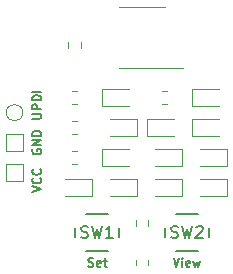
<source format=gbr>
%TF.GenerationSoftware,KiCad,Pcbnew,6.0.11+dfsg-1*%
%TF.CreationDate,2023-06-01T03:10:45-05:00*%
%TF.ProjectId,watch,77617463-682e-46b6-9963-61645f706362,rev?*%
%TF.SameCoordinates,Original*%
%TF.FileFunction,Legend,Top*%
%TF.FilePolarity,Positive*%
%FSLAX46Y46*%
G04 Gerber Fmt 4.6, Leading zero omitted, Abs format (unit mm)*
G04 Created by KiCad (PCBNEW 6.0.11+dfsg-1) date 2023-06-01 03:10:45*
%MOMM*%
%LPD*%
G01*
G04 APERTURE LIST*
%ADD10C,0.150000*%
%ADD11C,0.120000*%
%ADD12C,0.152400*%
G04 APERTURE END LIST*
D10*
X58940000Y-73963571D02*
X59047142Y-73999285D01*
X59225714Y-73999285D01*
X59297142Y-73963571D01*
X59332857Y-73927857D01*
X59368571Y-73856428D01*
X59368571Y-73785000D01*
X59332857Y-73713571D01*
X59297142Y-73677857D01*
X59225714Y-73642142D01*
X59082857Y-73606428D01*
X59011428Y-73570714D01*
X58975714Y-73535000D01*
X58940000Y-73463571D01*
X58940000Y-73392142D01*
X58975714Y-73320714D01*
X59011428Y-73285000D01*
X59082857Y-73249285D01*
X59261428Y-73249285D01*
X59368571Y-73285000D01*
X59975714Y-73963571D02*
X59904285Y-73999285D01*
X59761428Y-73999285D01*
X59690000Y-73963571D01*
X59654285Y-73892142D01*
X59654285Y-73606428D01*
X59690000Y-73535000D01*
X59761428Y-73499285D01*
X59904285Y-73499285D01*
X59975714Y-73535000D01*
X60011428Y-73606428D01*
X60011428Y-73677857D01*
X59654285Y-73749285D01*
X60225714Y-73499285D02*
X60511428Y-73499285D01*
X60332857Y-73249285D02*
X60332857Y-73892142D01*
X60368571Y-73963571D01*
X60440000Y-73999285D01*
X60511428Y-73999285D01*
X66167142Y-73249285D02*
X66417142Y-73999285D01*
X66667142Y-73249285D01*
X66917142Y-73999285D02*
X66917142Y-73499285D01*
X66917142Y-73249285D02*
X66881428Y-73285000D01*
X66917142Y-73320714D01*
X66952857Y-73285000D01*
X66917142Y-73249285D01*
X66917142Y-73320714D01*
X67560000Y-73963571D02*
X67488571Y-73999285D01*
X67345714Y-73999285D01*
X67274285Y-73963571D01*
X67238571Y-73892142D01*
X67238571Y-73606428D01*
X67274285Y-73535000D01*
X67345714Y-73499285D01*
X67488571Y-73499285D01*
X67560000Y-73535000D01*
X67595714Y-73606428D01*
X67595714Y-73677857D01*
X67238571Y-73749285D01*
X67845714Y-73499285D02*
X67988571Y-73999285D01*
X68131428Y-73642142D01*
X68274285Y-73999285D01*
X68417142Y-73499285D01*
X54199285Y-67675000D02*
X54949285Y-67425000D01*
X54199285Y-67175000D01*
X54877857Y-66496428D02*
X54913571Y-66532142D01*
X54949285Y-66639285D01*
X54949285Y-66710714D01*
X54913571Y-66817857D01*
X54842142Y-66889285D01*
X54770714Y-66925000D01*
X54627857Y-66960714D01*
X54520714Y-66960714D01*
X54377857Y-66925000D01*
X54306428Y-66889285D01*
X54235000Y-66817857D01*
X54199285Y-66710714D01*
X54199285Y-66639285D01*
X54235000Y-66532142D01*
X54270714Y-66496428D01*
X54877857Y-65746428D02*
X54913571Y-65782142D01*
X54949285Y-65889285D01*
X54949285Y-65960714D01*
X54913571Y-66067857D01*
X54842142Y-66139285D01*
X54770714Y-66175000D01*
X54627857Y-66210714D01*
X54520714Y-66210714D01*
X54377857Y-66175000D01*
X54306428Y-66139285D01*
X54235000Y-66067857D01*
X54199285Y-65960714D01*
X54199285Y-65889285D01*
X54235000Y-65782142D01*
X54270714Y-65746428D01*
X54235000Y-64071428D02*
X54199285Y-64142857D01*
X54199285Y-64250000D01*
X54235000Y-64357142D01*
X54306428Y-64428571D01*
X54377857Y-64464285D01*
X54520714Y-64500000D01*
X54627857Y-64500000D01*
X54770714Y-64464285D01*
X54842142Y-64428571D01*
X54913571Y-64357142D01*
X54949285Y-64250000D01*
X54949285Y-64178571D01*
X54913571Y-64071428D01*
X54877857Y-64035714D01*
X54627857Y-64035714D01*
X54627857Y-64178571D01*
X54949285Y-63714285D02*
X54199285Y-63714285D01*
X54949285Y-63285714D01*
X54199285Y-63285714D01*
X54949285Y-62928571D02*
X54199285Y-62928571D01*
X54199285Y-62750000D01*
X54235000Y-62642857D01*
X54306428Y-62571428D01*
X54377857Y-62535714D01*
X54520714Y-62500000D01*
X54627857Y-62500000D01*
X54770714Y-62535714D01*
X54842142Y-62571428D01*
X54913571Y-62642857D01*
X54949285Y-62750000D01*
X54949285Y-62928571D01*
X54199285Y-61467857D02*
X54806428Y-61467857D01*
X54877857Y-61432142D01*
X54913571Y-61396428D01*
X54949285Y-61325000D01*
X54949285Y-61182142D01*
X54913571Y-61110714D01*
X54877857Y-61075000D01*
X54806428Y-61039285D01*
X54199285Y-61039285D01*
X54949285Y-60682142D02*
X54199285Y-60682142D01*
X54199285Y-60396428D01*
X54235000Y-60325000D01*
X54270714Y-60289285D01*
X54342142Y-60253571D01*
X54449285Y-60253571D01*
X54520714Y-60289285D01*
X54556428Y-60325000D01*
X54592142Y-60396428D01*
X54592142Y-60682142D01*
X54949285Y-59932142D02*
X54199285Y-59932142D01*
X54199285Y-59753571D01*
X54235000Y-59646428D01*
X54306428Y-59575000D01*
X54377857Y-59539285D01*
X54520714Y-59503571D01*
X54627857Y-59503571D01*
X54770714Y-59539285D01*
X54842142Y-59575000D01*
X54913571Y-59646428D01*
X54949285Y-59753571D01*
X54949285Y-59932142D01*
X54949285Y-59182142D02*
X54199285Y-59182142D01*
%TO.C,SW1*%
X58356666Y-71524761D02*
X58499523Y-71572380D01*
X58737619Y-71572380D01*
X58832857Y-71524761D01*
X58880476Y-71477142D01*
X58928095Y-71381904D01*
X58928095Y-71286666D01*
X58880476Y-71191428D01*
X58832857Y-71143809D01*
X58737619Y-71096190D01*
X58547142Y-71048571D01*
X58451904Y-71000952D01*
X58404285Y-70953333D01*
X58356666Y-70858095D01*
X58356666Y-70762857D01*
X58404285Y-70667619D01*
X58451904Y-70620000D01*
X58547142Y-70572380D01*
X58785238Y-70572380D01*
X58928095Y-70620000D01*
X59261428Y-70572380D02*
X59499523Y-71572380D01*
X59690000Y-70858095D01*
X59880476Y-71572380D01*
X60118571Y-70572380D01*
X61023333Y-71572380D02*
X60451904Y-71572380D01*
X60737619Y-71572380D02*
X60737619Y-70572380D01*
X60642380Y-70715238D01*
X60547142Y-70810476D01*
X60451904Y-70858095D01*
%TO.C,SW2*%
X65976666Y-71524761D02*
X66119523Y-71572380D01*
X66357619Y-71572380D01*
X66452857Y-71524761D01*
X66500476Y-71477142D01*
X66548095Y-71381904D01*
X66548095Y-71286666D01*
X66500476Y-71191428D01*
X66452857Y-71143809D01*
X66357619Y-71096190D01*
X66167142Y-71048571D01*
X66071904Y-71000952D01*
X66024285Y-70953333D01*
X65976666Y-70858095D01*
X65976666Y-70762857D01*
X66024285Y-70667619D01*
X66071904Y-70620000D01*
X66167142Y-70572380D01*
X66405238Y-70572380D01*
X66548095Y-70620000D01*
X66881428Y-70572380D02*
X67119523Y-71572380D01*
X67310000Y-70858095D01*
X67500476Y-71572380D01*
X67738571Y-70572380D01*
X68071904Y-70667619D02*
X68119523Y-70620000D01*
X68214761Y-70572380D01*
X68452857Y-70572380D01*
X68548095Y-70620000D01*
X68595714Y-70667619D01*
X68643333Y-70762857D01*
X68643333Y-70858095D01*
X68595714Y-71000952D01*
X68024285Y-71572380D01*
X68643333Y-71572380D01*
D11*
%TO.C,R7*%
X57262500Y-55007742D02*
X57262500Y-55482258D01*
X58307500Y-55007742D02*
X58307500Y-55482258D01*
%TO.C,D4*%
X66890000Y-64035000D02*
X64605000Y-64035000D01*
X66890000Y-65505000D02*
X66890000Y-64035000D01*
X64605000Y-65505000D02*
X66890000Y-65505000D01*
%TO.C,R5*%
X64022500Y-70532258D02*
X64022500Y-70057742D01*
X62977500Y-70532258D02*
X62977500Y-70057742D01*
%TO.C,D7*%
X70015000Y-58955000D02*
X67730000Y-58955000D01*
X67730000Y-58955000D02*
X67730000Y-60425000D01*
X67730000Y-60425000D02*
X70015000Y-60425000D01*
%TO.C,D9*%
X59270000Y-66575000D02*
X56985000Y-66575000D01*
X56985000Y-68045000D02*
X59270000Y-68045000D01*
X59270000Y-68045000D02*
X59270000Y-66575000D01*
%TO.C,R2*%
X57547742Y-61707500D02*
X58022258Y-61707500D01*
X57547742Y-62752500D02*
X58022258Y-62752500D01*
%TO.C,U1*%
X63500000Y-57170000D02*
X66950000Y-57170000D01*
X63500000Y-52050000D02*
X65450000Y-52050000D01*
X63500000Y-57170000D02*
X61550000Y-57170000D01*
X63500000Y-52050000D02*
X61550000Y-52050000D01*
%TO.C,D10*%
X63080000Y-68045000D02*
X63080000Y-66575000D01*
X63080000Y-66575000D02*
X60795000Y-66575000D01*
X60795000Y-68045000D02*
X63080000Y-68045000D01*
%TO.C,D12*%
X70700000Y-64035000D02*
X68415000Y-64035000D01*
X68415000Y-65505000D02*
X70700000Y-65505000D01*
X70700000Y-65505000D02*
X70700000Y-64035000D01*
%TO.C,D5*%
X60110000Y-60425000D02*
X62395000Y-60425000D01*
X60110000Y-58955000D02*
X60110000Y-60425000D01*
X62395000Y-58955000D02*
X60110000Y-58955000D01*
D12*
%TO.C,SW1*%
X58776459Y-72694800D02*
X60603541Y-72694800D01*
X61569600Y-71502460D02*
X61569600Y-70737540D01*
X60603541Y-69545200D02*
X58776459Y-69545200D01*
X57810400Y-70737540D02*
X57810400Y-71502460D01*
D11*
%TO.C,D11*%
X70015000Y-61495000D02*
X67730000Y-61495000D01*
X67730000Y-61495000D02*
X67730000Y-62965000D01*
X67730000Y-62965000D02*
X70015000Y-62965000D01*
%TO.C,D1*%
X64605000Y-68045000D02*
X66890000Y-68045000D01*
X66890000Y-68045000D02*
X66890000Y-66575000D01*
X66890000Y-66575000D02*
X64605000Y-66575000D01*
%TO.C,TP3*%
X53405000Y-66740000D02*
X52005000Y-66740000D01*
X53405000Y-65340000D02*
X53405000Y-66740000D01*
X52005000Y-65340000D02*
X53405000Y-65340000D01*
X52005000Y-66740000D02*
X52005000Y-65340000D01*
%TO.C,D6*%
X63920000Y-61495000D02*
X63920000Y-62965000D01*
X66205000Y-61495000D02*
X63920000Y-61495000D01*
X63920000Y-62965000D02*
X66205000Y-62965000D01*
D12*
%TO.C,SW2*%
X69189600Y-71502460D02*
X69189600Y-70737540D01*
X68223541Y-69545200D02*
X66396459Y-69545200D01*
X66396459Y-72694800D02*
X68223541Y-72694800D01*
X65430400Y-70737540D02*
X65430400Y-71502460D01*
D11*
%TO.C,D8*%
X62395000Y-64035000D02*
X60110000Y-64035000D01*
X60110000Y-64035000D02*
X60110000Y-65505000D01*
X60110000Y-65505000D02*
X62395000Y-65505000D01*
%TO.C,R4*%
X57547742Y-59167500D02*
X58022258Y-59167500D01*
X57547742Y-60212500D02*
X58022258Y-60212500D01*
%TO.C,TP2*%
X52005000Y-64200000D02*
X52005000Y-62800000D01*
X53405000Y-62800000D02*
X53405000Y-64200000D01*
X52005000Y-62800000D02*
X53405000Y-62800000D01*
X53405000Y-64200000D02*
X52005000Y-64200000D01*
%TO.C,D2*%
X70700000Y-68045000D02*
X70700000Y-66575000D01*
X68415000Y-68045000D02*
X70700000Y-68045000D01*
X70700000Y-66575000D02*
X68415000Y-66575000D01*
%TO.C,R6*%
X62977500Y-73897258D02*
X62977500Y-73422742D01*
X64022500Y-73897258D02*
X64022500Y-73422742D01*
%TO.C,R1*%
X57547742Y-64247500D02*
X58022258Y-64247500D01*
X57547742Y-65292500D02*
X58022258Y-65292500D01*
%TO.C,D3*%
X63080000Y-61495000D02*
X60795000Y-61495000D01*
X63080000Y-62965000D02*
X63080000Y-61495000D01*
X60795000Y-62965000D02*
X63080000Y-62965000D01*
%TO.C,R3*%
X65167742Y-60212500D02*
X65642258Y-60212500D01*
X65167742Y-59167500D02*
X65642258Y-59167500D01*
%TO.C,TP1*%
X53405000Y-60960000D02*
G75*
G03*
X53405000Y-60960000I-700000J0D01*
G01*
%TD*%
M02*

</source>
